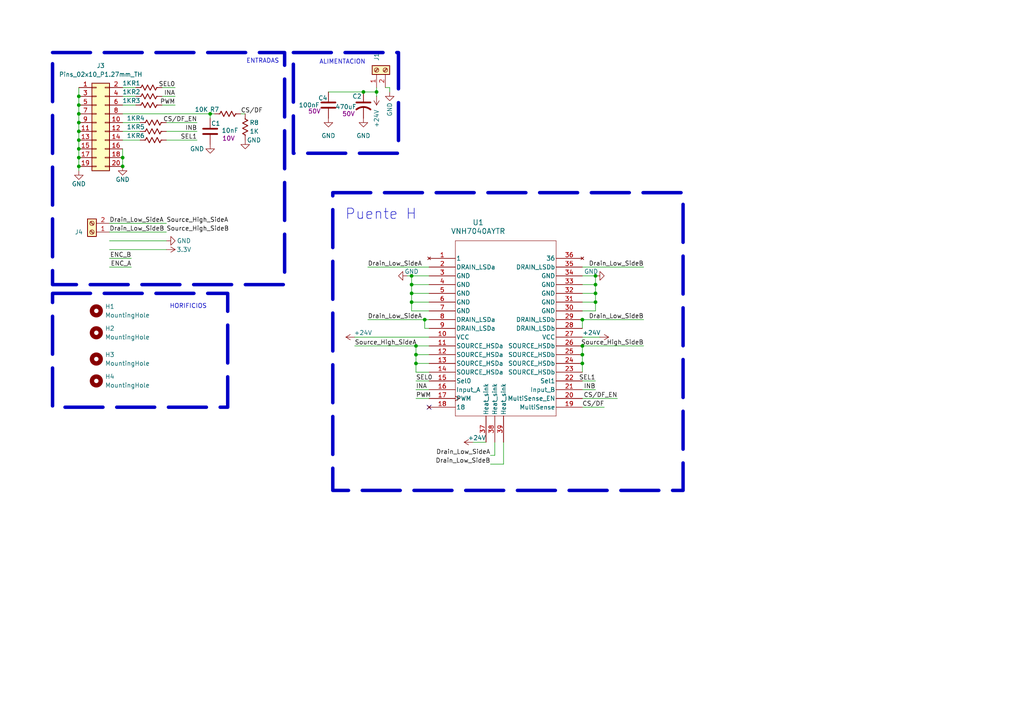
<source format=kicad_sch>
(kicad_sch (version 20250114) (generator "eeschema") (generator_version "9.0")
  (paper "A4")
  (lib_symbols
    (symbol "Connector:Screw_Terminal_01x02" (pin_names (offset 1.016) (hide yes))
      (property "Reference" "J" (at 0 2.54 0))
      (property "Value" "Screw_Terminal_01x02" (at 0 -5.08 0))
      (symbol "Screw_Terminal_01x02_1_1"
        (rectangle (start -1.27 1.27) (end 1.27 -3.81) (stroke (width 0.254)) (fill (type background)))
        (polyline (pts (xy -0.5334 0.3302) (xy 0.3302 -0.508)) (stroke (width 0.1524)))
        (polyline (pts (xy -0.5334 -2.2098) (xy 0.3302 -3.048)) (stroke (width 0.1524)))
        (polyline (pts (xy -0.3556 0.508) (xy 0.508 -0.3302)) (stroke (width 0.1524)))
        (polyline (pts (xy -0.3556 -2.032) (xy 0.508 -2.8702)) (stroke (width 0.1524)))
        (circle (center 0 0) (radius 0.635) (stroke (width 0.1524)))
        (circle (center 0 -2.54) (radius 0.635) (stroke (width 0.1524)))
        (pin passive line (at -5.08 0 0) (length 3.81) (name "Pin_1") (number "1"))
        (pin passive line (at -5.08 -2.54 0) (length 3.81) (name "Pin_2") (number "2"))
      )
    )
    (symbol "Device:C_US" (pin_numbers (hide yes)) (pin_names (offset 0.254) (hide yes))
      (property "Reference" "C" (at 0.635 2.54 0))
      (property "Value" "C_US" (at 0.635 -2.54 0))
      (symbol "C_US_0_1"
        (polyline (pts (xy -2.032 0.762) (xy 2.032 0.762)) (stroke (width 0.508)))
        (arc (start -2.032 -1.27) (mid 0 -0.5572) (end 2.032 -1.27) (stroke (width 0.508)))
      )
      (symbol "C_US_1_1"
        (pin passive line (at 0 3.81 270) (length 2.794) (name "~") (number "1"))
        (pin passive line (at 0 -3.81 90) (length 3.302) (name "~") (number "2"))
      )
    )
    (symbol "Mechanical:MountingHole" (pin_names (offset 1.016)) (in_bom no)
      (property "Reference" "H" (at 0 5.08 0))
      (property "Value" "MountingHole" (at 0 3.175 0))
      (symbol "MountingHole_0_1"
        (circle (center 0 0) (radius 1.27) (stroke (width 1.27)))
      )
    )
    (symbol "PCM_4ms_Connector:Pins_02x10_P1.27mm_TH" (pin_names (offset 1.016) (hide yes))
      (property "Reference" "J" (at 0 13.97 0))
      (property "Value" "Pins_02x10_P1.27mm_TH" (at 0 -15.24 0))
      (symbol "Pins_02x10_P1.27mm_TH_1_1"
        (rectangle (start -2.54 12.7) (end 2.54 -12.7) (stroke (width 0.254)) (fill (type background)))
        (rectangle (start -2.54 11.557) (end -1.27 11.303))
        (rectangle (start -2.54 9.017) (end -1.27 8.763))
        (rectangle (start -2.54 6.477) (end -1.27 6.223))
        (rectangle (start -2.54 3.937) (end -1.27 3.683))
        (rectangle (start -2.54 1.397) (end -1.27 1.143))
        (rectangle (start -2.54 -1.143) (end -1.27 -1.397))
        (rectangle (start -2.54 -3.683) (end -1.27 -3.937))
        (rectangle (start -2.54 -6.223) (end -1.27 -6.477))
        (rectangle (start -2.54 -8.763) (end -1.27 -9.017))
        (rectangle (start -2.54 -11.303) (end -1.27 -11.557))
        (rectangle (start 1.27 11.557) (end 2.54 11.303))
        (rectangle (start 1.27 9.017) (end 2.54 8.763))
        (rectangle (start 1.27 6.477) (end 2.54 6.223))
        (rectangle (start 1.27 3.937) (end 2.54 3.683))
        (rectangle (start 1.27 1.397) (end 2.54 1.143))
        (rectangle (start 1.27 -1.143) (end 2.54 -1.397))
        (rectangle (start 1.27 -3.683) (end 2.54 -3.937))
        (rectangle (start 1.27 -6.223) (end 2.54 -6.477))
        (rectangle (start 1.27 -8.763) (end 2.54 -9.017))
        (rectangle (start 1.27 -11.303) (end 2.54 -11.557))
        (pin passive line (at -6.35 11.43 0) (length 3.81) (name "1") (number "1"))
        (pin passive line (at -6.35 8.89 0) (length 3.81) (name "3") (number "3"))
        (pin passive line (at -6.35 6.35 0) (length 3.81) (name "5") (number "5"))
        (pin passive line (at -6.35 3.81 0) (length 3.81) (name "7") (number "7"))
        (pin passive line (at -6.35 1.27 0) (length 3.81) (name "9") (number "9"))
        (pin passive line (at -6.35 -1.27 0) (length 3.81) (name "11") (number "11"))
        (pin passive line (at -6.35 -3.81 0) (length 3.81) (name "13") (number "13"))
        (pin passive line (at -6.35 -6.35 0) (length 3.81) (name "15") (number "15"))
        (pin passive line (at -6.35 -8.89 0) (length 3.81) (name "17") (number "17"))
        (pin passive line (at -6.35 -11.43 0) (length 3.81) (name "19") (number "19"))
        (pin passive line (at 6.35 11.43 180) (length 3.81) (name "2") (number "2"))
        (pin passive line (at 6.35 8.89 180) (length 3.81) (name "4") (number "4"))
        (pin passive line (at 6.35 6.35 180) (length 3.81) (name "6") (number "6"))
        (pin passive line (at 6.35 3.81 180) (length 3.81) (name "8") (number "8"))
        (pin passive line (at 6.35 1.27 180) (length 3.81) (name "10") (number "10"))
        (pin passive line (at 6.35 -1.27 180) (length 3.81) (name "12") (number "12"))
        (pin passive line (at 6.35 -3.81 180) (length 3.81) (name "14") (number "14"))
        (pin passive line (at 6.35 -6.35 180) (length 3.81) (name "16") (number "16"))
        (pin passive line (at 6.35 -8.89 180) (length 3.81) (name "18") (number "18"))
        (pin passive line (at 6.35 -11.43 180) (length 3.81) (name "20") (number "20"))
      )
    )
    (symbol "PCM_Capacitor_AKL:C_0603" (pin_numbers (hide yes)) (pin_names (offset 0.254))
      (property "Reference" "C" (at 0.635 2.54 0))
      (property "Value" "C_0603" (at 0.635 -2.54 0))
      (symbol "C_0603_0_1"
        (polyline (pts (xy -2.032 0.762) (xy 2.032 0.762)) (stroke (width 0.508)))
        (polyline (pts (xy -2.032 -0.762) (xy 2.032 -0.762)) (stroke (width 0.508)))
      )
      (symbol "C_0603_0_2"
        (polyline (pts (xy -2.54 -2.54) (xy -0.381 -0.381)))
        (polyline (pts (xy -0.508 -0.508) (xy -1.651 0.635)) (stroke (width 0.508)))
        (polyline (pts (xy -0.508 -0.508) (xy 0.635 -1.651)) (stroke (width 0.508)))
        (polyline (pts (xy 0.381 0.381) (xy 2.54 2.54)))
        (polyline (pts (xy 0.508 0.508) (xy -0.635 1.651)) (stroke (width 0.508)))
        (polyline (pts (xy 0.508 0.508) (xy 1.651 -0.635)) (stroke (width 0.508)))
      )
      (symbol "C_0603_1_1"
        (pin passive line (at 0 3.81 270) (length 2.794) (name "~") (number "1"))
        (pin passive line (at 0 -3.81 90) (length 2.794) (name "~") (number "2"))
      )
      (symbol "C_0603_1_2"
        (pin passive line (at -2.54 -2.54 90) (length 0) (name "~") (number "2"))
        (pin passive line (at 2.54 2.54 270) (length 0) (name "~") (number "1"))
      )
    )
    (symbol "PCM_Capacitor_AKL:C_0805" (pin_numbers (hide yes)) (pin_names (offset 0.254))
      (property "Reference" "C" (at 0.635 2.54 0))
      (property "Value" "C_0805" (at 0.635 -2.54 0))
      (symbol "C_0805_0_1"
        (polyline (pts (xy -2.032 0.762) (xy 2.032 0.762)) (stroke (width 0.508)))
        (polyline (pts (xy -2.032 -0.762) (xy 2.032 -0.762)) (stroke (width 0.508)))
      )
      (symbol "C_0805_0_2"
        (polyline (pts (xy -2.54 -2.54) (xy -0.381 -0.381)))
        (polyline (pts (xy -0.508 -0.508) (xy -1.651 0.635)) (stroke (width 0.508)))
        (polyline (pts (xy -0.508 -0.508) (xy 0.635 -1.651)) (stroke (width 0.508)))
        (polyline (pts (xy 0.381 0.381) (xy 2.54 2.54)))
        (polyline (pts (xy 0.508 0.508) (xy -0.635 1.651)) (stroke (width 0.508)))
        (polyline (pts (xy 0.508 0.508) (xy 1.651 -0.635)) (stroke (width 0.508)))
      )
      (symbol "C_0805_1_1"
        (pin passive line (at 0 3.81 270) (length 2.794) (name "~") (number "1"))
        (pin passive line (at 0 -3.81 90) (length 2.794) (name "~") (number "2"))
      )
      (symbol "C_0805_1_2"
        (pin passive line (at -2.54 -2.54 90) (length 0) (name "~") (number "2"))
        (pin passive line (at 2.54 2.54 270) (length 0) (name "~") (number "1"))
      )
    )
    (symbol "PCM_Resistor_US_AKL:R_0603" (pin_numbers (hide yes)) (pin_names (offset 0))
      (property "Reference" "R" (at 2.54 1.27 0))
      (property "Value" "R_0603" (at 2.54 -1.27 0))
      (symbol "R_0603_0_1"
        (polyline (pts (xy 0 2.286) (xy 0 2.54)) (stroke (width 0.254)))
        (polyline (pts (xy 0 2.286) (xy 0.762 1.905) (xy -0.762 1.143) (xy 0 0.762) (xy 0.762 0.381) (xy 0 0) (xy -0.762 -0.381) (xy 0 -0.762) (xy 0.762 -1.143) (xy 0 -1.524) (xy -0.762 -1.905) (xy 0 -2.286)) (stroke (width 0.254)))
        (polyline (pts (xy 0 -2.286) (xy 0 -2.54)) (stroke (width 0.254)))
      )
      (symbol "R_0603_0_2"
        (polyline (pts (xy -2.54 -2.54) (xy -1.778 -1.778)))
        (polyline (pts (xy -1.778 -1.778) (xy -1.524 -1.524)) (stroke (width 0.254)))
        (polyline (pts (xy -1.524 -1.524) (xy -1.778 -0.762) (xy -1.016 -1.016)) (stroke (width 0.254)))
        (polyline (pts (xy -0.508 -0.508) (xy -0.762 0.254) (xy 0 0)) (stroke (width 0.254)))
        (polyline (pts (xy -0.508 -0.508) (xy -0.254 -1.27) (xy -1.016 -1.016)) (stroke (width 0.254)))
        (polyline (pts (xy 0.508 0.508) (xy 0.254 1.27) (xy 1.016 1.016)) (stroke (width 0.254)))
        (polyline (pts (xy 0.508 0.508) (xy 0.762 -0.254) (xy 0 0)) (stroke (width 0.254)))
        (polyline (pts (xy 1.524 1.524) (xy 1.778 0.762) (xy 1.016 1.016)) (stroke (width 0.254)))
        (polyline (pts (xy 1.778 1.778) (xy 1.524 1.524)) (stroke (width 0.254)))
        (polyline (pts (xy 1.778 1.778) (xy 2.54 2.54)))
      )
      (symbol "R_0603_1_1"
        (pin passive line (at 0 3.81 270) (length 1.27) (name "~") (number "1"))
        (pin passive line (at 0 -3.81 90) (length 1.27) (name "~") (number "2"))
      )
      (symbol "R_0603_1_2"
        (pin passive line (at -2.54 -2.54 0) (length 0) (name "") (number "2"))
        (pin passive line (at 2.54 2.54 180) (length 0) (name "") (number "1"))
      )
    )
    (symbol "PCM_SparkFun-PowerSymbol:3.3V" (power) (pin_names (offset 0))
      (property "Value" "3.3V" (at 0 3.81 0))
      (symbol "3.3V_0_1"
        (polyline (pts (xy -0.762 1.27) (xy 0 2.54)))
        (polyline (pts (xy 0 2.54) (xy 0.762 1.27)))
        (polyline (pts (xy 0 0) (xy 0 2.54)))
      )
      (symbol "3.3V_1_1"
        (pin power_in line (at 0 0 90) (length 0) (hide yes) (name "3.3V") (number "1"))
      )
    )
    (symbol "PCM_SparkFun-PowerSymbol:GND" (power) (pin_names (offset 0))
      (property "Value" "GND" (at 0 -3.81 0))
      (symbol "GND_0_1"
        (polyline (pts (xy 0 0) (xy 0 -1.27) (xy 1.27 -1.27) (xy 0 -2.54) (xy -1.27 -1.27) (xy 0 -1.27)))
      )
      (symbol "GND_1_1"
        (pin power_in line (at 0 0 270) (length 0) (hide yes) (name "GND") (number "1"))
      )
    )
    (symbol "UL_HBridge:VNH7040AYTR" (pin_names (offset 0.254))
      (property "Reference" "U1" (at 14.224 10.414 0))
      (property "Value" "VNH7040AYTR" (at 14.224 7.874 0))
      (symbol "VNH7040AYTR_0_1"
        (polyline (pts (xy 7.62 5.08) (xy 7.62 -45.72)) (stroke (width 0.127)))
        (polyline (pts (xy 7.62 -45.72) (xy 36.83 -45.72)) (stroke (width 0.127)))
        (polyline (pts (xy 36.83 5.08) (xy 7.62 5.08)) (stroke (width 0.127)))
        (polyline (pts (xy 36.83 -45.72) (xy 36.83 5.08)) (stroke (width 0.127)))
      )
      (symbol "VNH7040AYTR_1_1"
        (pin no_connect line (at 0 0 0) (length 7.62) (name "1") (number "1"))
        (pin unspecified line (at 0 -2.54 0) (length 7.62) (name "DRAIN_LSDa") (number "2"))
        (pin output line (at 0 -5.08 0) (length 7.62) (name "GND") (number "3"))
        (pin unspecified line (at 0 -7.62 0) (length 7.62) (name "GND") (number "4"))
        (pin unspecified line (at 0 -10.16 0) (length 7.62) (name "GND") (number "5"))
        (pin unspecified line (at 0 -12.7 0) (length 7.62) (name "GND") (number "6"))
        (pin unspecified line (at 0 -15.24 0) (length 7.62) (name "GND") (number "7"))
        (pin unspecified line (at 0 -17.78 0) (length 7.62) (name "DRAIN_LSDa") (number "8"))
        (pin unspecified line (at 0 -20.32 0) (length 7.62) (name "DRAIN_LSDa") (number "9"))
        (pin unspecified line (at 0 -22.86 0) (length 7.62) (name "VCC") (number "10"))
        (pin unspecified line (at 0 -25.4 0) (length 7.62) (name "SOURCE_HSDa") (number "11"))
        (pin unspecified line (at 0 -27.94 0) (length 7.62) (name "SOURCE_HSDa") (number "12"))
        (pin unspecified line (at 0 -30.48 0) (length 7.62) (name "SOURCE_HSDa") (number "13"))
        (pin unspecified line (at 0 -33.02 0) (length 7.62) (name "SOURCE_HSDa") (number "14"))
        (pin unspecified line (at 0 -35.56 0) (length 7.62) (name "Sel0") (number "15"))
        (pin unspecified line (at 0 -38.1 0) (length 7.62) (name "Input_A") (number "16"))
        (pin unspecified clock (at 0 -40.64 0) (length 7.62) (name "PWM") (number "17"))
        (pin no_connect line (at 0 -43.18 0) (length 7.62) (name "18") (number "18"))
        (pin passive line (at 16.51 -53.34 90) (length 7.62) (name "Heat_sink") (number "37"))
        (pin passive line (at 19.05 -53.34 90) (length 7.62) (name "Heat_sink") (number "38"))
        (pin passive line (at 21.59 -53.34 90) (length 7.62) (name "Heat_sink") (number "39"))
        (pin no_connect line (at 44.45 0 180) (length 7.62) (name "36") (number "36"))
        (pin unspecified line (at 44.45 -2.54 180) (length 7.62) (name "DRAIN_LSDb") (number "35"))
        (pin unspecified line (at 44.45 -5.08 180) (length 7.62) (name "GND") (number "34"))
        (pin unspecified line (at 44.45 -7.62 180) (length 7.62) (name "GND") (number "33"))
        (pin unspecified line (at 44.45 -10.16 180) (length 7.62) (name "GND") (number "32"))
        (pin unspecified line (at 44.45 -12.7 180) (length 7.62) (name "GND") (number "31"))
        (pin unspecified line (at 44.45 -15.24 180) (length 7.62) (name "GND") (number "30"))
        (pin unspecified line (at 44.45 -17.78 180) (length 7.62) (name "DRAIN_LSDb") (number "29"))
        (pin unspecified line (at 44.45 -20.32 180) (length 7.62) (name "DRAIN_LSDb") (number "28"))
        (pin unspecified line (at 44.45 -22.86 180) (length 7.62) (name "VCC") (number "27"))
        (pin unspecified line (at 44.45 -25.4 180) (length 7.62) (name "SOURCE_HSDb") (number "26"))
        (pin unspecified line (at 44.45 -27.94 180) (length 7.62) (name "SOURCE_HSDb") (number "25"))
        (pin unspecified line (at 44.45 -30.48 180) (length 7.62) (name "SOURCE_HSDb") (number "24"))
        (pin unspecified line (at 44.45 -33.02 180) (length 7.62) (name "SOURCE_HSDb") (number "23"))
        (pin unspecified line (at 44.45 -35.56 180) (length 7.62) (name "Sel1") (number "22"))
        (pin unspecified line (at 44.45 -38.1 180) (length 7.62) (name "Input_B") (number "21"))
        (pin unspecified line (at 44.45 -40.64 180) (length 7.62) (name "MultiSense_EN") (number "20"))
        (pin unspecified line (at 44.45 -43.18 180) (length 7.62) (name "MultiSense") (number "19"))
      )
    )
    (symbol "power:+24V" (power) (pin_numbers (hide yes)) (pin_names (offset 0) (hide yes))
      (property "Value" "+24V" (at 0 3.556 0))
      (symbol "+24V_0_1"
        (polyline (pts (xy -0.762 1.27) (xy 0 2.54)))
        (polyline (pts (xy 0 2.54) (xy 0.762 1.27)))
        (polyline (pts (xy 0 0) (xy 0 2.54)))
      )
      (symbol "+24V_1_1"
        (pin power_in line (at 0 0 90) (length 0) (name "~") (number "1"))
      )
    )
  )
  (rectangle (start 96.52 55.88) (end 198.12 142.24) (stroke (width 1) (type dash)))
  (rectangle (start 15.24 85.09) (end 66.04 118.11) (stroke (width 1) (type dash)))
  (rectangle (start 85.09 15.24) (end 115.57 44.45) (stroke (width 1) (type dash)))
  (rectangle (start 15.24 15.24) (end 82.55 82.55) (stroke (width 1) (type dash)))
  (text "ENTRADAS" (at 76.2 17.78 0) (effects (font (size 1.27 1.27))))
  (text "ALIMENTACION" (at 99.314 18.034 0) (effects (font (size 1.27 1.27))))
  (text "HORIFICIOS\n" (at 54.61 88.9 0) (effects (font (size 1.27 1.27))))
  (text "Puente H\n" (at 110.49 62.23 0) (effects (font (size 3 3))))
  (junction (at 123.19 92.71))
  (junction (at 168.91 92.71))
  (junction (at 172.72 82.55))
  (junction (at 168.91 100.33))
  (junction (at 172.72 85.09))
  (junction (at 120.65 102.87))
  (junction (at 172.72 87.63))
  (junction (at 22.86 40.64))
  (junction (at 22.86 43.18))
  (junction (at 120.65 105.41))
  (junction (at 22.86 35.56))
  (junction (at 22.86 30.48))
  (junction (at 120.65 100.33))
  (junction (at 168.91 102.87))
  (junction (at 119.38 80.01))
  (junction (at 22.86 38.1))
  (junction (at 22.86 33.02))
  (junction (at 109.22 26.67))
  (junction (at 119.38 85.09))
  (junction (at 22.86 48.26))
  (junction (at 35.56 45.72))
  (junction (at 22.86 45.72))
  (junction (at 119.38 87.63))
  (junction (at 172.72 80.01))
  (junction (at 119.38 82.55))
  (junction (at 60.96 33.02))
  (junction (at 105.41 26.67))
  (junction (at 168.91 105.41))
  (junction (at 22.86 27.94))
  (junction (at 35.56 48.26))
  (no_connect (at 124.46 118.11))
  (wire (pts (xy 168.91 102.87) (xy 168.91 105.41)))
  (wire (pts (xy 168.91 92.71) (xy 186.69 92.71)))
  (wire (pts (xy 119.38 82.55) (xy 124.46 82.55)))
  (wire (pts (xy 119.38 87.63) (xy 124.46 87.63)))
  (wire (pts (xy 168.91 118.11) (xy 175.26 118.11)))
  (wire (pts (xy 120.65 100.33) (xy 120.65 102.87)))
  (wire (pts (xy 120.65 105.41) (xy 124.46 105.41)))
  (wire (pts (xy 109.22 25.4) (xy 109.22 26.67)))
  (wire (pts (xy 146.05 134.62) (xy 146.05 128.27)))
  (wire (pts (xy 22.86 48.26) (xy 22.86 49.53)))
  (wire (pts (xy 31.75 64.77) (xy 48.26 64.77)))
  (wire (pts (xy 48.26 40.64) (xy 57.15 40.64)))
  (wire (pts (xy 120.65 100.33) (xy 124.46 100.33)))
  (wire (pts (xy 172.72 80.01) (xy 168.91 80.01)))
  (wire (pts (xy 119.38 80.01) (xy 124.46 80.01)))
  (wire (pts (xy 168.91 77.47) (xy 186.69 77.47)))
  (wire (pts (xy 31.75 77.47) (xy 38.1 77.47)))
  (wire (pts (xy 168.91 85.09) (xy 172.72 85.09)))
  (wire (pts (xy 35.56 38.1) (xy 40.64 38.1)))
  (wire (pts (xy 124.46 90.17) (xy 119.38 90.17)))
  (wire (pts (xy 168.91 92.71) (xy 168.91 95.25)))
  (wire (pts (xy 124.46 95.25) (xy 123.19 95.25)))
  (wire (pts (xy 168.91 87.63) (xy 172.72 87.63)))
  (wire (pts (xy 102.87 97.79) (xy 124.46 97.79)))
  (wire (pts (xy 137.16 128.27) (xy 140.97 128.27)))
  (wire (pts (xy 119.38 85.09) (xy 124.46 85.09)))
  (wire (pts (xy 172.72 85.09) (xy 172.72 82.55)))
  (wire (pts (xy 168.91 105.41) (xy 168.91 107.95)))
  (wire (pts (xy 123.19 92.71) (xy 124.46 92.71)))
  (wire (pts (xy 142.24 134.62) (xy 146.05 134.62)))
  (wire (pts (xy 102.87 100.33) (xy 120.65 100.33)))
  (wire (pts (xy 120.65 110.49) (xy 124.46 110.49)))
  (wire (pts (xy 168.91 97.79) (xy 173.99 97.79)))
  (wire (pts (xy 172.72 113.03) (xy 168.91 113.03)))
  (wire (pts (xy 60.96 33.02) (xy 60.96 34.29)))
  (wire (pts (xy 119.38 85.09) (xy 119.38 82.55)))
  (wire (pts (xy 113.03 25.4) (xy 113.03 26.67)))
  (wire (pts (xy 106.68 92.71) (xy 123.19 92.71)))
  (wire (pts (xy 120.65 105.41) (xy 120.65 107.95)))
  (wire (pts (xy 119.38 87.63) (xy 119.38 85.09)))
  (wire (pts (xy 31.75 74.93) (xy 38.1 74.93)))
  (wire (pts (xy 120.65 115.57) (xy 124.46 115.57)))
  (wire (pts (xy 35.56 27.94) (xy 39.37 27.94)))
  (wire (pts (xy 35.56 45.72) (xy 35.56 48.26)))
  (wire (pts (xy 168.91 100.33) (xy 168.91 102.87)))
  (wire (pts (xy 109.22 26.67) (xy 109.22 27.94)))
  (wire (pts (xy 22.86 35.56) (xy 22.86 38.1)))
  (wire (pts (xy 48.26 38.1) (xy 57.15 38.1)))
  (wire (pts (xy 22.86 45.72) (xy 22.86 48.26)))
  (wire (pts (xy 119.38 90.17) (xy 119.38 87.63)))
  (wire (pts (xy 22.86 30.48) (xy 22.86 33.02)))
  (wire (pts (xy 120.65 113.03) (xy 124.46 113.03)))
  (wire (pts (xy 105.41 26.67) (xy 109.22 26.67)))
  (wire (pts (xy 46.99 27.94) (xy 50.8 27.94)))
  (wire (pts (xy 172.72 87.63) (xy 172.72 85.09)))
  (wire (pts (xy 95.25 26.67) (xy 105.41 26.67)))
  (wire (pts (xy 48.26 69.85) (xy 31.75 69.85)))
  (wire (pts (xy 62.23 33.02) (xy 60.96 33.02)))
  (wire (pts (xy 168.91 82.55) (xy 172.72 82.55)))
  (wire (pts (xy 22.86 33.02) (xy 22.86 35.56)))
  (wire (pts (xy 143.51 128.27) (xy 143.51 132.08)))
  (wire (pts (xy 46.99 25.4) (xy 50.8 25.4)))
  (wire (pts (xy 120.65 107.95) (xy 124.46 107.95)))
  (wire (pts (xy 106.68 77.47) (xy 124.46 77.47)))
  (wire (pts (xy 48.26 35.56) (xy 57.15 35.56)))
  (wire (pts (xy 31.75 67.31) (xy 48.26 67.31)))
  (wire (pts (xy 35.56 43.18) (xy 35.56 45.72)))
  (wire (pts (xy 69.85 33.02) (xy 71.12 33.02)))
  (wire (pts (xy 118.11 80.01) (xy 119.38 80.01)))
  (wire (pts (xy 46.99 30.48) (xy 50.8 30.48)))
  (wire (pts (xy 168.91 100.33) (xy 186.69 100.33)))
  (wire (pts (xy 120.65 102.87) (xy 120.65 105.41)))
  (wire (pts (xy 123.19 95.25) (xy 123.19 92.71)))
  (wire (pts (xy 113.03 25.4) (xy 111.76 25.4)))
  (wire (pts (xy 48.26 72.39) (xy 31.75 72.39)))
  (wire (pts (xy 35.56 35.56) (xy 40.64 35.56)))
  (wire (pts (xy 22.86 25.4) (xy 22.86 27.94)))
  (wire (pts (xy 35.56 33.02) (xy 60.96 33.02)))
  (wire (pts (xy 120.65 102.87) (xy 124.46 102.87)))
  (wire (pts (xy 168.91 110.49) (xy 172.72 110.49)))
  (wire (pts (xy 22.86 40.64) (xy 22.86 43.18)))
  (wire (pts (xy 142.24 132.08) (xy 143.51 132.08)))
  (wire (pts (xy 35.56 40.64) (xy 40.64 40.64)))
  (wire (pts (xy 168.91 115.57) (xy 179.07 115.57)))
  (wire (pts (xy 35.56 30.48) (xy 39.37 30.48)))
  (wire (pts (xy 35.56 25.4) (xy 39.37 25.4)))
  (wire (pts (xy 119.38 82.55) (xy 119.38 80.01)))
  (wire (pts (xy 22.86 43.18) (xy 22.86 45.72)))
  (wire (pts (xy 172.72 82.55) (xy 172.72 80.01)))
  (wire (pts (xy 168.91 90.17) (xy 172.72 90.17)))
  (wire (pts (xy 22.86 27.94) (xy 22.86 30.48)))
  (wire (pts (xy 22.86 38.1) (xy 22.86 40.64)))
  (wire (pts (xy 172.72 90.17) (xy 172.72 87.63)))
  (label "ENC_B" (at 38.1 74.93 180))
  (label "SEL0" (at 120.65 110.49 0))
  (label "PWM" (at 50.8 30.48 180))
  (label "CS{slash}DF_EN" (at 179.07 115.57 180))
  (label "INA" (at 120.65 113.03 0))
  (label "CS{slash}DF_EN" (at 57.15 35.56 180))
  (label "PWM" (at 120.65 115.57 0))
  (label "Source_High_SideA" (at 48.26 64.77 0))
  (label "INB" (at 172.72 113.03 180))
  (label "SEL1" (at 57.15 40.64 180))
  (label "Source_High_SideB" (at 48.26 67.31 0))
  (label "Drain_Low_SideA" (at 142.24 132.08 180))
  (label "INB" (at 57.15 38.1 180))
  (label "CS{slash}DF" (at 175.26 118.11 180))
  (label "INA" (at 50.8 27.94 180))
  (label "Drain_Low_SideB" (at 142.24 134.62 180))
  (label "Drain_Low_SideB" (at 186.69 92.71 180))
  (label "Source_High_SideA" (at 102.87 100.33 0))
  (label "Drain_Low_SideB" (at 186.69 77.47 180))
  (label "ENC_A" (at 38.1 77.47 180))
  (label "Source_High_SideB" (at 186.69 100.33 180))
  (label "SEL1" (at 172.72 110.49 180))
  (label "Drain_Low_SideA" (at 106.68 92.71 0))
  (label "Drain_Low_SideA" (at 31.75 64.77 0))
  (label "Drain_Low_SideB" (at 31.75 67.31 0))
  (label "SEL0" (at 50.8 25.4 180))
  (label "CS{slash}DF" (at 69.85 33.02 0))
  (label "Drain_Low_SideA" (at 106.68 77.47 0))
  (symbol (lib_id "power:+24V") (at 102.87 97.79 90) (unit 1)
    (property "Reference" "#PWR02" (effects (hide yes)))
    (property "Value" "+24V" (at 107.95 96.52 90) (effects (justify left)))
    (property "Description" "Power symbol creates a global label with name \"+24V\"" (effects (hide yes)))
  )
  (symbol (lib_id "Mechanical:MountingHole") (at 27.94 96.52 0) (unit 1) (in_bom no)
    (property "Reference" "H2" (at 30.48 95.2499 0) (effects (justify left)))
    (property "Value" "MountingHole" (at 30.48 97.7899 0) (effects (justify left)))
    (property "Footprint" "MountingHole:MountingHole_3.2mm_M3" (effects (hide yes)))
    (property "Description" "Mounting Hole without connection" (effects (hide yes)))
  )
  (symbol (lib_id "PCM_Resistor_US_AKL:R_0603") (at 44.45 38.1 90) (unit 1)
    (property "Reference" "R5" (at 40.64 36.83 90))
    (property "Value" "1K" (at 38.1 36.83 90))
    (property "Footprint" "PCM_Resistor_SMD_AKL:R_0603_1608Metric" (effects (hide yes)))
    (property "Description" "SMD 0603 Chip Resistor, US Symbol, Alternate KiCad Library" (effects (hide yes)))
  )
  (symbol (lib_id "Connector:Screw_Terminal_01x02") (at 109.22 20.32 90) (unit 1)
    (property "Reference" "J1" (at 109.22 16.51 0))
    (property "Value" "Screw_Terminal_01x02" (effects (hide yes)))
    (property "Footprint" "TerminalBlock_4Ucon:TerminalBlock_4Ucon_1x02_P3.50mm_Horizontal" (effects (hide yes)))
    (property "Description" "Generic screw terminal, single row, 01x02, script generated (kicad-library-utils/schlib/autogen/connector/)" (effects (hide yes)))
  )
  (symbol (lib_id "PCM_SparkFun-PowerSymbol:GND") (at 118.11 80.01 270) (unit 1)
    (property "Reference" "#PWR01" (effects (hide yes)))
    (property "Value" "GND" (at 119.38 78.74 90))
    (property "Description" "Power symbol creates a global label with name \"GND\" , ground" (effects (hide yes)))
  )
  (symbol (lib_id "PCM_SparkFun-PowerSymbol:GND") (at 22.86 49.53 0) (unit 1)
    (property "Reference" "#PWR06" (effects (hide yes)))
    (property "Value" "GND" (at 22.86 53.34 0))
    (property "Description" "Power symbol creates a global label with name \"GND\" , ground" (effects (hide yes)))
  )
  (symbol (lib_id "PCM_SparkFun-PowerSymbol:GND") (at 95.25 34.29 0) (unit 1)
    (property "Reference" "#PWR014" (effects (hide yes)))
    (property "Value" "GND" (at 95.25 39.37 0))
    (property "Description" "Power symbol creates a global label with name \"GND\" , ground" (effects (hide yes)))
  )
  (symbol (lib_id "PCM_SparkFun-PowerSymbol:GND") (at 60.96 41.91 0) (unit 1)
    (property "Reference" "#PWR07" (effects (hide yes)))
    (property "Value" "GND" (at 57.15 43.18 0))
    (property "Description" "Power symbol creates a global label with name \"GND\" , ground" (effects (hide yes)))
  )
  (symbol (lib_id "power:+24V") (at 137.16 128.27 90) (unit 1)
    (property "Reference" "#PWR015" (effects (hide yes)))
    (property "Value" "+24V" (at 140.97 127 90) (effects (justify left)))
    (property "Description" "Power symbol creates a global label with name \"+24V\"" (effects (hide yes)))
  )
  (symbol (lib_id "PCM_Resistor_US_AKL:R_0603") (at 43.18 30.48 90) (unit 1)
    (property "Reference" "R3" (at 39.37 29.21 90))
    (property "Value" "1K" (at 36.83 29.21 90))
    (property "Footprint" "PCM_Resistor_SMD_AKL:R_0603_1608Metric" (effects (hide yes)))
    (property "Description" "SMD 0603 Chip Resistor, US Symbol, Alternate KiCad Library" (effects (hide yes)))
  )
  (symbol (lib_id "Mechanical:MountingHole") (at 27.94 104.14 0) (unit 1) (in_bom no)
    (property "Reference" "H3" (at 30.48 102.8699 0) (effects (justify left)))
    (property "Value" "MountingHole" (at 30.48 105.4099 0) (effects (justify left)))
    (property "Footprint" "MountingHole:MountingHole_3.2mm_M3" (effects (hide yes)))
    (property "Description" "Mounting Hole without connection" (effects (hide yes)))
  )
  (symbol (lib_id "Mechanical:MountingHole") (at 27.94 90.17 0) (unit 1) (in_bom no)
    (property "Reference" "H1" (at 30.48 88.8999 0) (effects (justify left)))
    (property "Value" "MountingHole" (at 30.48 91.4399 0) (effects (justify left)))
    (property "Footprint" "MountingHole:MountingHole_3.2mm_M3" (effects (hide yes)))
    (property "Description" "Mounting Hole without connection" (effects (hide yes)))
  )
  (symbol (lib_id "PCM_SparkFun-PowerSymbol:GND") (at 71.12 40.64 0) (unit 1)
    (property "Reference" "#PWR08" (effects (hide yes)))
    (property "Value" "GND" (at 73.66 40.64 0))
    (property "Description" "Power symbol creates a global label with name \"GND\" , ground" (effects (hide yes)))
  )
  (symbol (lib_id "PCM_Resistor_US_AKL:R_0603") (at 71.12 36.83 180) (unit 1)
    (property "Reference" "R8" (at 72.39 35.56 0) (effects (justify right)))
    (property "Value" "1K" (at 72.39 38.1 0) (effects (justify right)))
    (property "Footprint" "PCM_Resistor_SMD_AKL:R_0603_1608Metric" (effects (hide yes)))
    (property "Description" "SMD 0603 Chip Resistor, US Symbol, Alternate KiCad Library" (effects (hide yes)))
  )
  (symbol (lib_id "Device:C_US") (at 105.41 30.48 0) (mirror y) (unit 1)
    (property "Reference" "C2" (at 104.902 27.94 0) (effects (justify left)))
    (property "Value" "470uF" (at 103.378 30.988 0) (effects (justify left)))
    (property "Footprint" "Capacitor_SMD:CP_Elec_10x14.3" (effects (hide yes)))
    (property "Description" "capacitor, US symbol" (effects (hide yes)))
    (property "V" "50V" (at 101.092 33.02 0))
  )
  (symbol (lib_id "PCM_Resistor_US_AKL:R_0603") (at 43.18 27.94 90) (unit 1)
    (property "Reference" "R2" (at 39.37 26.67 90))
    (property "Value" "1K" (at 36.83 26.67 90))
    (property "Footprint" "PCM_Resistor_SMD_AKL:R_0603_1608Metric" (effects (hide yes)))
    (property "Description" "SMD 0603 Chip Resistor, US Symbol, Alternate KiCad Library" (effects (hide yes)))
  )
  (symbol (lib_id "Connector:Screw_Terminal_01x02") (at 26.67 67.31 180) (unit 1)
    (property "Reference" "J4" (at 22.86 67.31 0))
    (property "Value" "Screw_Terminal_01x02" (effects (hide yes)))
    (property "Footprint" "TerminalBlock_4Ucon:TerminalBlock_4Ucon_1x02_P3.50mm_Horizontal" (effects (hide yes)))
    (property "Description" "Generic screw terminal, single row, 01x02, script generated (kicad-library-utils/schlib/autogen/connector/)" (effects (hide yes)))
  )
  (symbol (lib_id "PCM_Resistor_US_AKL:R_0603") (at 66.04 33.02 90) (unit 1)
    (property "Reference" "R7" (at 62.23 31.75 90))
    (property "Value" "10K" (at 58.42 31.75 90))
    (property "Footprint" "PCM_Resistor_SMD_AKL:R_0603_1608Metric" (effects (hide yes)))
    (property "Description" "SMD 0603 Chip Resistor, US Symbol, Alternate KiCad Library" (effects (hide yes)))
  )
  (symbol (lib_id "PCM_Capacitor_AKL:C_0603") (at 60.96 38.1 0) (unit 1)
    (property "Reference" "C1" (at 61.214 35.814 0) (effects (justify left)))
    (property "Value" "10nF" (at 64.262 37.846 0) (effects (justify left)))
    (property "Footprint" "PCM_Capacitor_SMD_AKL:C_0603_1608Metric" (effects (hide yes)))
    (property "Description" "SMD 0603 MLCC capacitor, Alternate KiCad Library" (effects (hide yes)))
    (property "V" "10V" (at 66.294 40.132 0))
  )
  (symbol (lib_id "PCM_Resistor_US_AKL:R_0603") (at 44.45 35.56 90) (unit 1)
    (property "Reference" "R4" (at 40.64 34.29 90))
    (property "Value" "1K" (at 38.1 34.29 90))
    (property "Footprint" "PCM_Resistor_SMD_AKL:R_0603_1608Metric" (effects (hide yes)))
    (property "Description" "SMD 0603 Chip Resistor, US Symbol, Alternate KiCad Library" (effects (hide yes)))
  )
  (symbol (lib_id "PCM_SparkFun-PowerSymbol:GND") (at 48.26 69.85 90) (unit 1)
    (property "Reference" "#PWR012" (effects (hide yes)))
    (property "Value" "GND" (at 53.34 69.85 90))
    (property "Description" "Power symbol creates a global label with name \"GND\" , ground" (effects (hide yes)))
  )
  (symbol (lib_id "PCM_SparkFun-PowerSymbol:GND") (at 105.41 34.29 0) (unit 1)
    (property "Reference" "#PWR011" (effects (hide yes)))
    (property "Value" "GND" (at 105.41 39.37 0))
    (property "Description" "Power symbol creates a global label with name \"GND\" , ground" (effects (hide yes)))
  )
  (symbol (lib_id "power:+24V") (at 109.22 27.94 180) (unit 1)
    (property "Reference" "#PWR05" (effects (hide yes)))
    (property "Value" "+24V" (at 109.2201 31.75 90) (effects (justify left)))
    (property "Description" "Power symbol creates a global label with name \"+24V\"" (effects (hide yes)))
  )
  (symbol (lib_id "PCM_4ms_Connector:Pins_02x10_P1.27mm_TH") (at 29.21 36.83 0) (unit 1)
    (property "Reference" "J3" (at 29.21 19.05 0))
    (property "Value" "Pins_02x10_P1.27mm_TH" (at 29.21 21.59 0))
    (property "Footprint" "Connector_IDC:IDC-Header_2x10_P2.54mm_Vertical" (effects (hide yes)))
    (property "Description" "Header 2x10 Pins, Pitch=1.27mm, Pin Height=3mm, Vertical, TH" (effects (hide yes)))
    (property "Specifications" "Header 2x10 Pins, Pitch=1.27mm, Pin Height=3mm, Vertical, TH" (effects (hide yes)))
  )
  (symbol (lib_id "PCM_Resistor_US_AKL:R_0603") (at 44.45 40.64 90) (unit 1)
    (property "Reference" "R6" (at 40.64 39.37 90))
    (property "Value" "1K" (at 38.1 39.37 90))
    (property "Footprint" "PCM_Resistor_SMD_AKL:R_0603_1608Metric" (effects (hide yes)))
    (property "Description" "SMD 0603 Chip Resistor, US Symbol, Alternate KiCad Library" (effects (hide yes)))
  )
  (symbol (lib_id "PCM_SparkFun-PowerSymbol:GND") (at 172.72 80.01 90) (unit 1)
    (property "Reference" "#PWR04" (effects (hide yes)))
    (property "Value" "GND" (at 171.45 78.74 90))
    (property "Description" "Power symbol creates a global label with name \"GND\" , ground" (effects (hide yes)))
  )
  (symbol (lib_id "Mechanical:MountingHole") (at 27.94 110.49 0) (unit 1) (in_bom no)
    (property "Reference" "H4" (at 30.48 109.2199 0) (effects (justify left)))
    (property "Value" "MountingHole" (at 30.48 111.7599 0) (effects (justify left)))
    (property "Footprint" "MountingHole:MountingHole_3.2mm_M3" (effects (hide yes)))
    (property "Description" "Mounting Hole without connection" (effects (hide yes)))
  )
  (symbol (lib_id "PCM_SparkFun-PowerSymbol:GND") (at 35.56 48.26 0) (unit 1)
    (property "Reference" "#PWR010" (effects (hide yes)))
    (property "Value" "GND" (at 35.56 52.07 0))
    (property "Description" "Power symbol creates a global label with name \"GND\" , ground" (effects (hide yes)))
  )
  (symbol (lib_id "PCM_SparkFun-PowerSymbol:3.3V") (at 48.26 72.39 270) (unit 1)
    (property "Reference" "#PWR013" (effects (hide yes)))
    (property "Value" "3.3V" (at 53.34 72.39 90))
    (property "Description" "Power symbol creates a global label with name \"3.3V\"" (effects (hide yes)))
  )
  (symbol (lib_id "PCM_Capacitor_AKL:C_0805") (at 95.25 30.48 0) (mirror y) (unit 1)
    (property "Reference" "C4" (at 94.996 28.448 0) (effects (justify left)))
    (property "Value" "100nF" (at 92.71 30.48 0) (effects (justify left)))
    (property "Footprint" "PCM_Capacitor_SMD_AKL:C_0805_2012Metric" (effects (hide yes)))
    (property "Description" "SMD 0805 MLCC capacitor, Alternate KiCad Library" (effects (hide yes)))
    (property "V" "50V" (at 91.186 32.258 0))
  )
  (symbol (lib_id "PCM_SparkFun-PowerSymbol:GND") (at 113.03 26.67 0) (unit 1)
    (property "Reference" "#PWR09" (effects (hide yes)))
    (property "Value" "GND" (at 113.03 31.75 90))
    (property "Description" "Power symbol creates a global label with name \"GND\" , ground" (effects (hide yes)))
  )
  (symbol (lib_id "power:+24V") (at 173.99 97.79 270) (unit 1)
    (property "Reference" "#PWR03" (effects (hide yes)))
    (property "Value" "+24V" (at 168.91 96.52 90) (effects (justify left)))
    (property "Description" "Power symbol creates a global label with name \"+24V\"" (effects (hide yes)))
  )
  (symbol (lib_id "PCM_Resistor_US_AKL:R_0603") (at 43.18 25.4 90) (unit 1)
    (property "Reference" "R1" (at 39.37 24.13 90))
    (property "Value" "1K" (at 36.83 24.13 90))
    (property "Footprint" "PCM_Resistor_SMD_AKL:R_0603_1608Metric" (effects (hide yes)))
    (property "Description" "SMD 0603 Chip Resistor, US Symbol, Alternate KiCad Library" (effects (hide yes)))
  )
  (symbol (lib_id "UL_HBridge:VNH7040AYTR") (at 124.46 74.93 0) (unit 1)
    (property "Reference" "U1" (at 138.684 64.516 0) (effects (font (size 1.524 1.524))))
    (property "Value" "VNH7040AYTR" (at 138.684 67.056 0) (effects (font (size 1.524 1.524))))
    (property "Footprint" "UL_Full_H_Bridge_SMD:POWERSSO-36TP_STM-M" (effects (hide yes)))
    (property "Datasheet" "https://www.st.com/resource/en/datasheet/vnh7040ay.pdf" (effects (hide yes)))
  )
)
</source>
